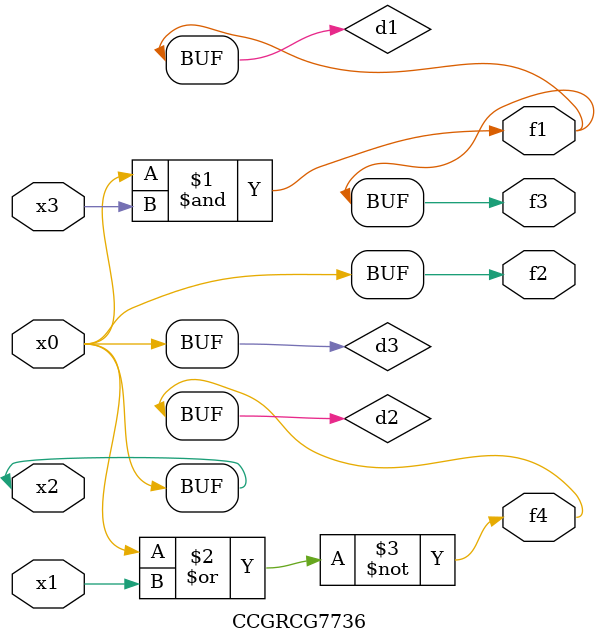
<source format=v>
module CCGRCG7736(
	input x0, x1, x2, x3,
	output f1, f2, f3, f4
);

	wire d1, d2, d3;

	and (d1, x2, x3);
	nor (d2, x0, x1);
	buf (d3, x0, x2);
	assign f1 = d1;
	assign f2 = d3;
	assign f3 = d1;
	assign f4 = d2;
endmodule

</source>
